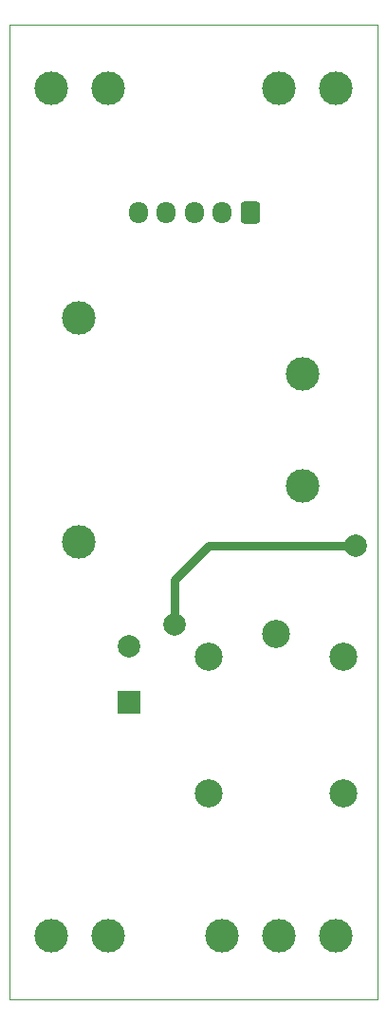
<source format=gbr>
%TF.GenerationSoftware,KiCad,Pcbnew,6.0.11+dfsg-1*%
%TF.CreationDate,2024-01-27T16:44:02+03:00*%
%TF.ProjectId,power,706f7765-722e-46b6-9963-61645f706362,rev?*%
%TF.SameCoordinates,Original*%
%TF.FileFunction,Copper,L1,Top*%
%TF.FilePolarity,Positive*%
%FSLAX46Y46*%
G04 Gerber Fmt 4.6, Leading zero omitted, Abs format (unit mm)*
G04 Created by KiCad (PCBNEW 6.0.11+dfsg-1) date 2024-01-27 16:44:02*
%MOMM*%
%LPD*%
G01*
G04 APERTURE LIST*
G04 Aperture macros list*
%AMRoundRect*
0 Rectangle with rounded corners*
0 $1 Rounding radius*
0 $2 $3 $4 $5 $6 $7 $8 $9 X,Y pos of 4 corners*
0 Add a 4 corners polygon primitive as box body*
4,1,4,$2,$3,$4,$5,$6,$7,$8,$9,$2,$3,0*
0 Add four circle primitives for the rounded corners*
1,1,$1+$1,$2,$3*
1,1,$1+$1,$4,$5*
1,1,$1+$1,$6,$7*
1,1,$1+$1,$8,$9*
0 Add four rect primitives between the rounded corners*
20,1,$1+$1,$2,$3,$4,$5,0*
20,1,$1+$1,$4,$5,$6,$7,0*
20,1,$1+$1,$6,$7,$8,$9,0*
20,1,$1+$1,$8,$9,$2,$3,0*%
G04 Aperture macros list end*
%TA.AperFunction,Profile*%
%ADD10C,0.100000*%
%TD*%
%TA.AperFunction,ComponentPad*%
%ADD11C,3.000000*%
%TD*%
%TA.AperFunction,ComponentPad*%
%ADD12RoundRect,0.250000X0.600000X0.725000X-0.600000X0.725000X-0.600000X-0.725000X0.600000X-0.725000X0*%
%TD*%
%TA.AperFunction,ComponentPad*%
%ADD13O,1.700000X1.950000*%
%TD*%
%TA.AperFunction,ComponentPad*%
%ADD14R,2.000000X2.000000*%
%TD*%
%TA.AperFunction,ComponentPad*%
%ADD15C,2.000000*%
%TD*%
%TA.AperFunction,ComponentPad*%
%ADD16C,2.500000*%
%TD*%
%TA.AperFunction,ViaPad*%
%ADD17C,2.000000*%
%TD*%
%TA.AperFunction,Conductor*%
%ADD18C,0.800000*%
%TD*%
G04 APERTURE END LIST*
D10*
X234198000Y-111156000D02*
X266998000Y-111156000D01*
X266998000Y-111156000D02*
X266998000Y-24256000D01*
X266998000Y-24256000D02*
X234198000Y-24256000D01*
X234198000Y-24256000D02*
X234198000Y-111156000D01*
D11*
%TO.P,P3,1,P1*%
%TO.N,Net-(C2-Pad1)*%
X242978000Y-29906000D03*
%TO.P,P3,2,PM*%
%TO.N,GNDD*%
X237898000Y-29906000D03*
%TD*%
%TO.P,P1,1,P1*%
%TO.N,Net-(P1-Pad1)*%
X237898000Y-105506000D03*
%TO.P,P1,2,PM*%
%TO.N,Net-(P1-Pad2)*%
X242978000Y-105506000D03*
%TD*%
D12*
%TO.P,J1,1,Pin_1*%
%TO.N,Net-(D5-Pad1)*%
X255672000Y-41028000D03*
D13*
%TO.P,J1,2,Pin_2*%
%TO.N,Net-(D1-Pad2)*%
X253172000Y-41028000D03*
%TO.P,J1,3,Pin_3*%
%TO.N,Net-(C3-Pad1)*%
X250672000Y-41028000D03*
%TO.P,J1,4,Pin_4*%
%TO.N,Net-(C2-Pad1)*%
X248172000Y-41028000D03*
%TO.P,J1,5,Pin_5*%
%TO.N,GNDD*%
X245672000Y-41028000D03*
%TD*%
D14*
%TO.P,C1,1*%
%TO.N,VCC*%
X244877000Y-84670677D03*
D15*
%TO.P,C1,2*%
%TO.N,GNDD*%
X244877000Y-79670677D03*
%TD*%
D11*
%TO.P,P4,1,P1*%
%TO.N,Net-(C3-Pad1)*%
X263298000Y-29906000D03*
%TO.P,P4,2,PM*%
%TO.N,GNDD*%
X258218000Y-29906000D03*
%TD*%
%TO.P,P2,1,1*%
%TO.N,Net-(K1-Pad5)*%
X253138000Y-105506000D03*
%TO.P,P2,2,2*%
%TO.N,Net-(K1-Pad3)*%
X258218000Y-105506000D03*
%TO.P,P2,3,3*%
%TO.N,Net-(K1-Pad4)*%
X263298000Y-105506000D03*
%TD*%
D16*
%TO.P,K1,1,in1*%
%TO.N,VCC*%
X263958000Y-80598000D03*
%TO.P,K1,2,in2*%
%TO.N,Net-(D1-Pad2)*%
X251958000Y-80598000D03*
%TO.P,K1,3,out2*%
%TO.N,Net-(K1-Pad3)*%
X257958000Y-78598000D03*
%TO.P,K1,4,out1*%
%TO.N,Net-(K1-Pad4)*%
X263958000Y-92798000D03*
%TO.P,K1,5,out3*%
%TO.N,Net-(K1-Pad5)*%
X251958000Y-92798000D03*
%TD*%
D11*
%TO.P,TR1,1*%
%TO.N,Net-(P1-Pad1)*%
X240344000Y-50386000D03*
%TO.P,TR1,5*%
%TO.N,Net-(P1-Pad2)*%
X240344000Y-70386000D03*
%TO.P,TR1,7*%
%TO.N,Net-(BD1-Pad4)*%
X260344000Y-65386000D03*
%TO.P,TR1,9*%
%TO.N,Net-(BD1-Pad3)*%
X260344000Y-55386000D03*
%TD*%
D17*
%TO.N,VCC*%
X265070000Y-70746000D03*
X248941000Y-77731000D03*
%TD*%
D18*
%TO.N,VCC*%
X251989000Y-70746000D02*
X248941000Y-73794000D01*
X248941000Y-73794000D02*
X248941000Y-77731000D01*
X265070000Y-70746000D02*
X251989000Y-70746000D01*
%TD*%
M02*

</source>
